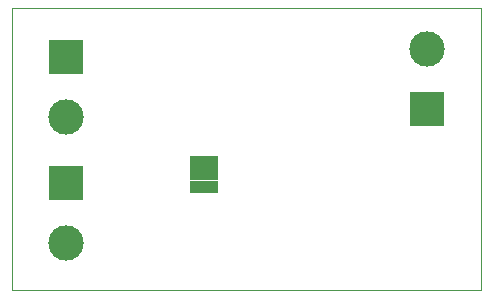
<source format=gbr>
G04 #@! TF.FileFunction,Copper,L2,Bot,Signal*
%FSLAX46Y46*%
G04 Gerber Fmt 4.6, Leading zero omitted, Abs format (unit mm)*
G04 Created by KiCad (PCBNEW (2015-04-17 BZR 5609)-product) date 2015-04-27 23:38:20*
%MOMM*%
G01*
G04 APERTURE LIST*
%ADD10C,0.100000*%
%ADD11R,1.205000X1.030000*%
%ADD12R,2.999740X2.999740*%
%ADD13C,2.999740*%
G04 APERTURE END LIST*
D10*
X134950000Y-117530000D02*
X134950000Y-93600000D01*
X174630000Y-117530000D02*
X174630000Y-93600000D01*
X174630000Y-117530000D02*
X134950000Y-117530000D01*
X174630000Y-93600000D02*
X134950000Y-93600000D01*
D11*
X150580000Y-106690000D03*
X150580000Y-108750000D03*
X150580000Y-107720000D03*
X151790000Y-107720000D03*
X151790000Y-108750000D03*
X151790000Y-106690000D03*
D12*
X139520000Y-97760000D03*
D13*
X139520000Y-102840000D03*
D12*
X139520000Y-108480000D03*
D13*
X139520000Y-113560000D03*
D12*
X170060000Y-102150000D03*
D13*
X170060000Y-97070000D03*
M02*

</source>
